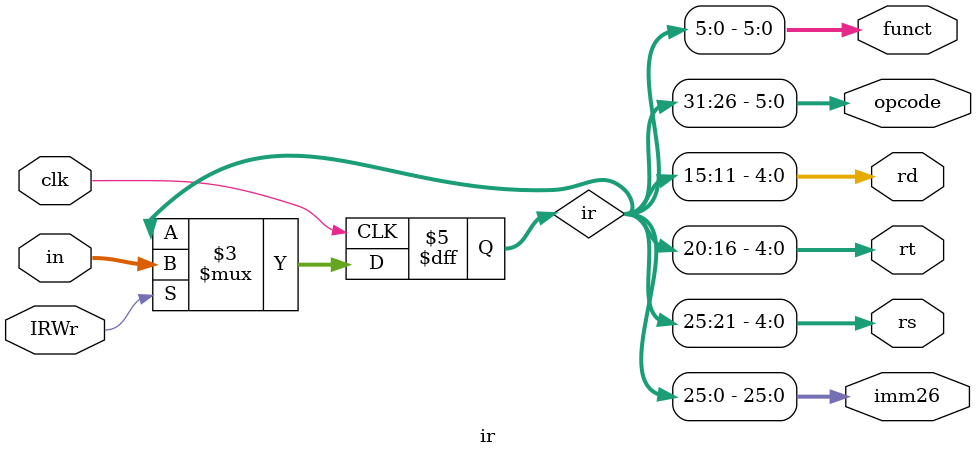
<source format=v>
module ir(clk,IRWr,in,opcode,rs,rt,rd,imm26,funct);
  input [31:0]in;
  input clk,IRWr;
  
  output [25:0] imm26;
  output [4:0] rs,rt,rd;
  output[5:0] opcode,funct;
  
  reg [31:0] ir;
  
  always@(posedge clk)
  begin
    if(IRWr)
      ir<=in;
    else
      ir<=ir;
  end
  
  assign opcode=ir[31:26];
  assign rs=ir[25:21];
  assign rt=ir[20:16];
  assign rd=ir[15:11];
  assign imm26=ir[25:0];
  assign funct=ir[5:0];
endmodule

</source>
